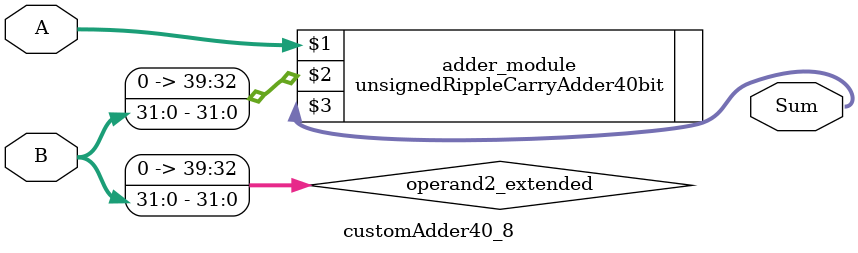
<source format=v>
module customAdder40_8(
                        input [39 : 0] A,
                        input [31 : 0] B,
                        
                        output [40 : 0] Sum
                );

        wire [39 : 0] operand2_extended;
        
        assign operand2_extended =  {8'b0, B};
        
        unsignedRippleCarryAdder40bit adder_module(
            A,
            operand2_extended,
            Sum
        );
        
        endmodule
        
</source>
